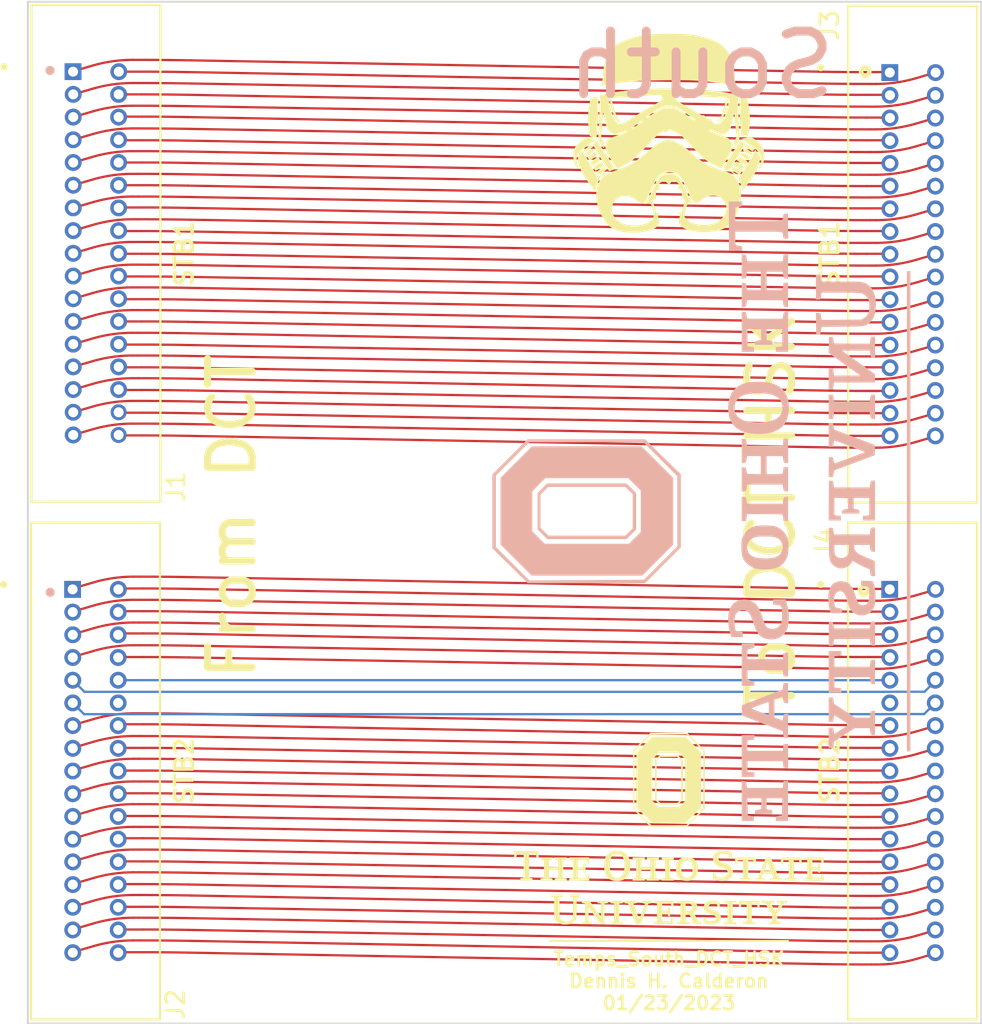
<source format=kicad_pcb>
(kicad_pcb (version 20211014) (generator pcbnew)
  (title_block (company "The Ohio State University"))
  (layers (0 "F.Cu" signal) (31 "B.Cu" signal) (34 "B.Paste" user) (35 "F.Paste" user) (36 "B.SilkS" user "B.Silkscreen") (37 "F.SilkS" user "F.Silkscreen") (38 "B.Mask" user) (39 "F.Mask" user) (44 "Edge.Cuts" user))
  (net 0 "")
  (net 1 "/TD1_1")
  (net 2 "/TD1_2")
  (net 3 "/TD1_3")
  (net 4 "/TD1_4")
  (net 5 "/TD1_5")
  (net 6 "/TD1_6")
  (net 7 "/TD1_7")
  (net 8 "/TD1_8")
  (net 9 "/TD1_9")
  (net 10 "/TD1_10")
  (net 11 "/TD1_11")
  (net 12 "/TD1_12")
  (net 13 "/TD1_13")
  (net 14 "/TD1_14")
  (net 15 "/TD1_15")
  (net 16 "/TD1_16")
  (net 17 "/TD1_17")
  (net 18 "/TD1_18")
  (net 19 "/TD1_19")
  (net 20 "/TD1_20")
  (net 21 "/TD1_21")
  (net 22 "/TD1_22")
  (net 23 "/TD1_23")
  (net 24 "/TD1_24")
  (net 25 "/TD1_25")
  (net 26 "/TD1_26")
  (net 27 "/TD1_27")
  (net 28 "/TD1_28")
  (net 29 "/TD1_29")
  (net 30 "/TD1_30")
  (net 31 "/TD1_31")
  (net 32 "/TD1_32")
  (net 33 "/TD1_33")
  (net 34 "/TD1_34")
  (net 35 "/TD2_1")
  (net 36 "/TD2_2")
  (net 37 "/TD2_3")
  (net 38 "/TD2_4")
  (net 39 "/TD2_5")
  (net 40 "/TD2_6")
  (net 41 "/TD2_7")
  (net 42 "/TD2_8")
  (net 43 "/TD2_9")
  (net 44 "/TD2_10")
  (net 45 "/TD2_11")
  (net 46 "/TD2_13")
  (net 47 "/TD2_14")
  (net 48 "/TD2_15")
  (net 49 "/TD2_16")
  (net 50 "/TD2_17")
  (net 51 "/TD2_18")
  (net 52 "/TD2_19")
  (net 53 "/TD2_20")
  (net 54 "/TD2_21")
  (net 55 "/TD2_22")
  (net 56 "/TD2_23")
  (net 57 "/TD2_24")
  (net 58 "/TD2_25")
  (net 59 "/TD2_26")
  (net 60 "/TD2_27")
  (net 61 "/TD2_28")
  (net 62 "/TD2_29")
  (net 63 "/TD2_30")
  (net 64 "/TD2_31")
  (net 65 "/TD2_32")
  (net 66 "/TD2_33")
  (net 67 "/TD2_34")
  (footprint "HELIX:HELIX_DCT_ICDconnector34pin_corrected" (layer "F.Cu") (at 95.2246 90.0176 -90)
    (fp_text reference "J2")
    (fp_text value "North_Temps_2" hide)
  )
  (footprint "LOGO" (layer "F.Cu") (at 127.294101 54.319023)
    (fp_text reference "G***")
    (fp_text value "LOGO" hide)
  )
  (footprint "LOGO" (layer "F.Cu") (at 127.3048 93.7126)
    (fp_text reference "G***" hide)
    (fp_text value "LOGO" hide)
  )
  (footprint "HELIX:HELIX_DCT_ICDconnector34pin_corrected" (layer "F.Cu") (at 140.9446 61.1124 -90)
    (fp_text reference "J3")
    (fp_text value "Internal_Temps_DCT_HSK_Box_1" hide)
  )
  (footprint "HELIX:HELIX_DCT_ICDconnector34pin_corrected" (layer "F.Cu") (at 140.94 90.0176 -90)
    (fp_text reference "J4")
    (fp_text value "Internal_Temps_DCT_HSK_Box_2" hide)
  )
  (footprint "HELIX:HELIX_DCT_ICDconnector34pin_corrected" (layer "F.Cu") (at 95.25 61.0616 -90)
    (fp_text reference "J1")
    (fp_text value "North_Temps_1" hide)
  )
  (footprint "LOGO" (layer "B.Cu") (at 129.1074 75.4876 -90)
    (fp_text reference "G***" hide)
    (fp_text value "LOGO" hide)
  )
  (gr_circle (center 92.680001 50.83) (end 92.680002 50.83) (layer "B.SilkS") (width 0.254) (fill none))
  (gr_circle (center 92.69 80.02) (end 92.690001 80.02) (layer "B.SilkS") (width 0.254) (fill none))
  (gr_circle (center 138.29 50.9) (end 138.392956 50.9) (layer "F.SilkS") (width 0.254) (fill none))
  (gr_circle (center 92.67 50.83) (end 92.670001 50.83) (layer "F.SilkS") (width 0.254) (fill none))
  (gr_circle (center 92.68 80.02) (end 92.680001 80.02) (layer "F.SilkS") (width 0.254) (fill none))
  (gr_circle (center 138.21 79.92) (end 138.312956 79.92) (layer "F.SilkS") (width 0.254) (fill none))
  (gr_rect (start 91.44 46.99) (end 144.78 104.14) (layer "Edge.Cuts") (width 0.1) (fill none))
  (gr_text "South" (at 129.123619 50.5376) (layer "B.SilkS") (effects (font (size 3.5 3.5) (thickness 0.5)) (justify mirror)))
  (gr_text "To DCT HSK\n" (at 133.0324 75.5626 -270) (layer "F.SilkS") (effects (font (size 2.5 2.5) (thickness 0.4))))
  (gr_text "Temps_South_DCT_HSK\nDennis H. Calderon\n01/23/2023" (at 127.3074 101.7626) (layer "F.SilkS") (effects (font (size 0.762 0.762))))
  (gr_text "STB2\n" (at 100.1824 90.017601 -270) (layer "F.SilkS") (effects (font (size 1 1) (thickness 0.2))))
  (gr_text "STB2" (at 136.3074 89.9876 -270) (layer "F.SilkS") (effects (font (size 1 1) (thickness 0.2))))
  (gr_text "From DCT" (at 102.8574 75.7626 -270) (layer "F.SilkS") (effects (font (size 2.5 2.5) (thickness 0.4))))
  (gr_text "STB1" (at 136.3074 61.112401 -270) (layer "F.SilkS") (effects (font (size 1 1) (thickness 0.2))))
  (gr_text "STB1" (at 100.1824 61.061601 -270) (layer "F.SilkS") (effects (font (size 1 1) (thickness 0.2))))
  (segment (start 95.0722 50.5587) (end 93.98 50.8762) (width 0.127) (layer "F.Cu") (net 1))
  (segment (start 97.301812 50.2412) (end 97.6249 50.2412) (width 0.127) (layer "F.Cu") (net 1))
  (segment (start 135.794709 50.903716) (end 100.545662 50.267554) (width 0.127) (layer "F.Cu") (net 1))
  (segment (start 138.375139 50.927) (end 139.665459 50.927) (width 0.127) (layer "F.Cu") (net 1))
  (arc (start 97.301812 50.2412) (mid 96.175759 50.320973) (end 95.0722 50.5587) (width 0.127) (layer "F.Cu") (net 1))
  (arc (start 100.545662 50.267554) (mid 99.08534 50.247788) (end 97.6249 50.2412) (width 0.127) (layer "F.Cu") (net 1))
  (arc (start 135.794709 50.903716) (mid 137.084871 50.921178) (end 138.375139 50.927) (width 0.127) (layer "F.Cu") (net 1))
  (segment (start 97.82048 50.9016) (end 96.53016 50.9016) (width 0.127) (layer "F.Cu") (net 2))
  (segment (start 138.892787 51.5874) (end 138.5697 51.5874) (width 0.127) (layer "F.Cu") (net 2))
  (segment (start 100.400909 50.924884) (end 135.648937 51.561045) (width 0.127) (layer "F.Cu") (net 2))
  (segment (start 141.1224 51.2699) (end 142.2146 50.9524) (width 0.127) (layer "F.Cu") (net 2))
  (arc (start 100.400909 50.924884) (mid 99.110747 50.907421) (end 97.82048 50.9016) (width 0.127) (layer "F.Cu") (net 2))
  (arc (start 141.1224 51.2699) (mid 140.01884 51.507626) (end 138.892787 51.5874) (width 0.127) (layer "F.Cu") (net 2))
  (arc (start 135.648937 51.561045) (mid 137.109259 51.580811) (end 138.5697 51.5874) (width 0.127) (layer "F.Cu") (net 2))
  (segment (start 95.0722 51.8541) (end 93.98 52.1716) (width 0.127) (layer "F.Cu") (net 3))
  (segment (start 138.369024 52.197) (end 139.659344 52.197) (width 0.127) (layer "F.Cu") (net 3))
  (segment (start 135.788578 52.174575) (end 100.545679 51.561982) (width 0.127) (layer "F.Cu") (net 3))
  (segment (start 97.301812 51.5366) (end 97.6249 51.5366) (width 0.127) (layer "F.Cu") (net 3))
  (arc (start 97.301812 51.5366) (mid 96.175759 51.616373) (end 95.0722 51.8541) (width 0.127) (layer "F.Cu") (net 3))
  (arc (start 135.788578 52.174575) (mid 137.078752 52.191393) (end 138.369024 52.197) (width 0.127) (layer "F.Cu") (net 3))
  (arc (start 100.545679 51.561982) (mid 99.085344 51.542945) (end 97.6249 51.5366) (width 0.127) (layer "F.Cu") (net 3))
  (segment (start 97.817573 52.1716) (end 96.527253 52.1716) (width 0.127) (layer "F.Cu") (net 4))
  (segment (start 138.5697 52.8574) (end 138.892787 52.8574) (width 0.127) (layer "F.Cu") (net 4))
  (segment (start 141.1224 52.5399) (end 142.2146 52.2224) (width 0.127) (layer "F.Cu") (net 4))
  (segment (start 135.648937 52.831047) (end 100.398002 52.194882) (width 0.127) (layer "F.Cu") (net 4))
  (arc (start 141.1224 52.5399) (mid 140.01884 52.777626) (end 138.892787 52.8574) (width 0.127) (layer "F.Cu") (net 4))
  (arc (start 100.398002 52.194882) (mid 99.10784 52.17742) (end 97.817573 52.1716) (width 0.127) (layer "F.Cu") (net 4))
  (arc (start 135.648937 52.831047) (mid 137.109259 52.850811) (end 138.5697 52.8574) (width 0.127) (layer "F.Cu") (net 4))
  (segment (start 95.0722 53.1241) (end 93.98 53.4416) (width 0.127) (layer "F.Cu") (net 5))
  (segment (start 138.375139 53.467) (end 139.665459 53.467) (width 0.127) (layer "F.Cu") (net 5))
  (segment (start 135.794693 53.444578) (end 100.545679 52.831978) (width 0.127) (layer "F.Cu") (net 5))
  (segment (start 97.301812 52.8066) (end 97.6249 52.8066) (width 0.127) (layer "F.Cu") (net 5))
  (arc (start 135.794693 53.444578) (mid 137.084867 53.461394) (end 138.375139 53.467) (width 0.127) (layer "F.Cu") (net 5))
  (arc (start 97.301812 52.8066) (mid 96.175759 52.886373) (end 95.0722 53.1241) (width 0.127) (layer "F.Cu") (net 5))
  (arc (start 100.545679 52.831978) (mid 99.085344 52.812944) (end 97.6249 52.8066) (width 0.127) (layer "F.Cu") (net 5))
  (segment (start 138.564604 54.1274) (end 138.887691 54.1274) (width 0.127) (layer "F.Cu") (net 6))
  (segment (start 97.82048 53.4162) (end 96.53016 53.4162) (width 0.127) (layer "F.Cu") (net 6))
  (segment (start 141.117304 53.8099) (end 142.209504 53.4924) (width 0.127) (layer "F.Cu") (net 6))
  (segment (start 135.643859 54.100065) (end 100.400893 53.440349) (width 0.127) (layer "F.Cu") (net 6))
  (arc (start 141.117304 53.8099) (mid 140.013744 54.047626) (end 138.887691 54.1274) (width 0.127) (layer "F.Cu") (net 6))
  (arc (start 135.643859 54.100065) (mid 137.104167 54.120566) (end 138.564604 54.1274) (width 0.127) (layer "F.Cu") (net 6))
  (arc (start 100.400893 53.440349) (mid 99.110743 53.422237) (end 97.82048 53.4162) (width 0.127) (layer "F.Cu") (net 6))
  (segment (start 95.06718 54.3941) (end 93.97498 54.7116) (width 0.127) (layer "F.Cu") (net 7))
  (segment (start 100.540659 54.101975) (end 135.794693 54.714581) (width 0.127) (layer "F.Cu") (net 7))
  (segment (start 97.61988 54.0766) (end 97.296792 54.0766) (width 0.127) (layer "F.Cu") (net 7))
  (segment (start 138.375139 54.737) (end 139.665459 54.737) (width 0.127) (layer "F.Cu") (net 7))
  (arc (start 135.794693 54.714581) (mid 137.084867 54.731395) (end 138.375139 54.737) (width 0.127) (layer "F.Cu") (net 7))
  (arc (start 100.540659 54.101975) (mid 99.080324 54.082943) (end 97.61988 54.0766) (width 0.127) (layer "F.Cu") (net 7))
  (arc (start 97.296792 54.0766) (mid 96.170739 54.156373) (end 95.06718 54.3941) (width 0.127) (layer "F.Cu") (net 7))
  (segment (start 97.82048 54.737) (end 96.53016 54.737) (width 0.127) (layer "F.Cu") (net 8))
  (segment (start 141.1224 55.0799) (end 142.2146 54.7624) (width 0.127) (layer "F.Cu") (net 8))
  (segment (start 100.400925 54.759421) (end 135.64892 55.37202) (width 0.127) (layer "F.Cu") (net 8))
  (segment (start 138.5697 55.3974) (end 138.892787 55.3974) (width 0.127) (layer "F.Cu") (net 8))
  (arc (start 141.1224 55.0799) (mid 140.01884 55.317626) (end 138.892787 55.3974) (width 0.127) (layer "F.Cu") (net 8))
  (arc (start 135.64892 55.37202) (mid 137.109255 55.391054) (end 138.5697 55.3974) (width 0.127) (layer "F.Cu") (net 8))
  (arc (start 100.400925 54.759421) (mid 99.110751 54.742605) (end 97.82048 54.737) (width 0.127) (layer "F.Cu") (net 8))
  (segment (start 97.6249 55.3466) (end 97.301812 55.3466) (width 0.127) (layer "F.Cu") (net 9))
  (segment (start 138.375139 56.007) (end 139.665459 56.007) (width 0.127) (layer "F.Cu") (net 9))
  (segment (start 95.0722 55.6641) (end 93.98 55.9816) (width 0.127) (layer "F.Cu") (net 9))
  (segment (start 100.545679 55.371978) (end 135.794693 55.984578) (width 0.127) (layer "F.Cu") (net 9))
  (arc (start 100.545679 55.371978) (mid 99.085344 55.352944) (end 97.6249 55.3466) (width 0.127) (layer "F.Cu") (net 9))
  (arc (start 97.301812 55.3466) (mid 96.175759 55.426373) (end 95.0722 55.6641) (width 0.127) (layer "F.Cu") (net 9))
  (arc (start 135.794693 55.984578) (mid 137.084867 56.001394) (end 138.375139 56.007) (width 0.127) (layer "F.Cu") (net 9))
  (segment (start 100.394794 56.00488) (end 135.648937 56.641049) (width 0.127) (layer "F.Cu") (net 10))
  (segment (start 138.5697 56.6674) (end 138.892787 56.6674) (width 0.127) (layer "F.Cu") (net 10))
  (segment (start 97.814365 55.9816) (end 96.524045 55.9816) (width 0.127) (layer "F.Cu") (net 10))
  (segment (start 141.1224 56.3499) (end 142.2146 56.0324) (width 0.127) (layer "F.Cu") (net 10))
  (arc (start 100.394794 56.00488) (mid 99.104632 55.98742) (end 97.814365 55.9816) (width 0.127) (layer "F.Cu") (net 10))
  (arc (start 135.648937 56.641049) (mid 137.109259 56.660812) (end 138.5697 56.6674) (width 0.127) (layer "F.Cu") (net 10))
  (arc (start 141.1224 56.3499) (mid 140.01884 56.587626) (end 138.892787 56.6674) (width 0.127) (layer "F.Cu") (net 10))
  (segment (start 95.067104 56.9341) (end 93.974904 57.2516) (width 0.127) (layer "F.Cu") (net 11))
  (segment (start 97.619804 56.6166) (end 97.296716 56.6166) (width 0.127) (layer "F.Cu") (net 11))
  (segment (start 138.369024 57.3024) (end 139.659344 57.3024) (width 0.127) (layer "F.Cu") (net 11))
  (segment (start 100.540566 56.642954) (end 135.788594 57.279115) (width 0.127) (layer "F.Cu") (net 11))
  (arc (start 135.788594 57.279115) (mid 137.078756 57.296578) (end 138.369024 57.3024) (width 0.127) (layer "F.Cu") (net 11))
  (arc (start 97.296716 56.6166) (mid 96.170663 56.696373) (end 95.067104 56.9341) (width 0.127) (layer "F.Cu") (net 11))
  (arc (start 100.540566 56.642954) (mid 99.080244 56.623188) (end 97.619804 56.6166) (width 0.127) (layer "F.Cu") (net 11))
  (segment (start 97.814365 57.2516) (end 96.524045 57.2516) (width 0.127) (layer "F.Cu") (net 12))
  (segment (start 141.1224 57.6199) (end 142.2146 57.3024) (width 0.127) (layer "F.Cu") (net 12))
  (segment (start 138.892787 57.9374) (end 138.5697 57.9374) (width 0.127) (layer "F.Cu") (net 12))
  (segment (start 100.394794 57.27488) (end 135.648937 57.911049) (width 0.127) (layer "F.Cu") (net 12))
  (arc (start 100.394794 57.27488) (mid 99.104632 57.25742) (end 97.814365 57.2516) (width 0.127) (layer "F.Cu") (net 12))
  (arc (start 141.1224 57.6199) (mid 140.01884 57.857626) (end 138.892787 57.9374) (width 0.127) (layer "F.Cu") (net 12))
  (arc (start 135.648937 57.911049) (mid 137.109259 57.930812) (end 138.5697 57.9374) (width 0.127) (layer "F.Cu") (net 12))
  (segment (start 95.0722 58.2041) (end 93.98 58.5216) (width 0.127) (layer "F.Cu") (net 13))
  (segment (start 100.545679 57.911978) (end 135.794693 58.524578) (width 0.127) (layer "F.Cu") (net 13))
  (segment (start 97.301812 57.8866) (end 97.6249 57.8866) (width 0.127) (layer "F.Cu") (net 13))
  (segment (start 138.375139 58.547) (end 139.665459 58.547) (width 0.127) (layer "F.Cu") (net 13))
  (arc (start 135.794693 58.524578) (mid 137.084867 58.541394) (end 138.375139 58.547) (width 0.127) (layer "F.Cu") (net 13))
  (arc (start 97.301812 57.8866) (mid 96.175759 57.966373) (end 95.0722 58.2041) (width 0.127) (layer "F.Cu") (net 13))
  (arc (start 100.545679 57.911978) (mid 99.085344 57.892944) (end 97.6249 57.8866) (width 0.127) (layer "F.Cu") (net 13))
  (segment (start 138.892787 59.2074) (end 138.5697 59.2074) (width 0.127) (layer "F.Cu") (net 14))
  (segment (start 141.1224 58.8899) (end 142.2146 58.5724) (width 0.127) (layer "F.Cu") (net 14))
  (segment (start 97.814365 58.4962) (end 96.524045 58.4962) (width 0.127) (layer "F.Cu") (net 14))
  (segment (start 135.648955 59.180073) (end 100.394779 58.520342) (width 0.127) (layer "F.Cu") (net 14))
  (arc (start 141.1224 58.8899) (mid 140.01884 59.127626) (end 138.892787 59.2074) (width 0.127) (layer "F.Cu") (net 14))
  (arc (start 100.394779 58.520342) (mid 99.104628 58.502235) (end 97.814365 58.4962) (width 0.127) (layer "F.Cu") (net 14))
  (arc (start 135.648955 59.180073) (mid 137.109263 59.200568) (end 138.5697 59.2074) (width 0.127) (layer "F.Cu") (net 14))
  (segment (start 95.067104 59.4741) (end 93.974904 59.7916) (width 0.127) (layer "F.Cu") (net 15))
  (segment (start 138.375139 59.817) (end 139.665459 59.817) (width 0.127) (layer "F.Cu") (net 15))
  (segment (start 97.296716 59.1566) (end 97.619804 59.1566) (width 0.127) (layer "F.Cu") (net 15))
  (segment (start 135.794693 59.794581) (end 100.540583 59.181975) (width 0.127) (layer "F.Cu") (net 15))
  (arc (start 100.540583 59.181975) (mid 99.080248 59.162943) (end 97.619804 59.1566) (width 0.127) (layer "F.Cu") (net 15))
  (arc (start 135.794693 59.794581) (mid 137.084867 59.811395) (end 138.375139 59.817) (width 0.127) (layer "F.Cu") (net 15))
  (arc (start 97.296716 59.1566) (mid 96.170663 59.236373) (end 95.067104 59.4741) (width 0.127) (layer "F.Cu") (net 15))
  (segment (start 137.1473 60.4774) (end 137.1219 60.4774) (width 0.127) (layer "F.Cu") (net 16))
  (segment (start 137.121901 60.477179) (end 100.400925 59.839406) (width 0.127) (layer "F.Cu") (net 16))
  (segment (start 97.82048 59.817) (end 96.53016 59.817) (width 0.127) (layer "F.Cu") (net 16))
  (segment (start 141.1224 60.1599) (end 142.2146 59.8424) (width 0.127) (layer "F.Cu") (net 16))
  (segment (start 137.1219 60.4774) (end 137.1092 60.4774) (width 0.127) (layer "F.Cu") (net 16))
  (segment (start 137.1473 60.4774) (end 138.892787 60.4774) (width 0.127) (layer "F.Cu") (net 16))
  (arc (start 137.121901 60.477179) (mid 137.1346 60.477344) (end 137.1473 60.4774) (width 0.127) (layer "F.Cu") (net 16))
  (arc (start 141.1224 60.1599) (mid 140.01884 60.397626) (end 138.892787 60.4774) (width 0.127) (layer "F.Cu") (net 16))
  (arc (start 137.1219 60.4774) (mid 137.122009 60.47729) (end 137.121901 60.477179) (width 0.127) (layer "F.Cu") (net 16))
  (arc (start 100.400925 59.839406) (mid 99.110751 59.822601) (end 97.82048 59.817) (width 0.127) (layer "F.Cu") (net 16))
  (segment (start 138.375139 61.087) (end 139.665459 61.087) (width 0.127) (layer "F.Cu") (net 17))
  (segment (start 97.296716 60.4266) (end 97.619804 60.4266) (width 0.127) (layer "F.Cu") (net 17))
  (segment (start 135.794693 61.064581) (end 100.540583 60.451975) (width 0.127) (layer "F.Cu") (net 17))
  (segment (start 95.067104 60.7441) (end 93.974904 61.0616) (width 0.127) (layer "F.Cu") (net 17))
  (arc (start 135.794693 61.064581) (mid 137.084867 61.081395) (end 138.375139 61.087) (width 0.127) (layer "F.Cu") (net 17))
  (arc (start 100.540583 60.451975) (mid 99.080248 60.432943) (end 97.619804 60.4266) (width 0.127) (layer "F.Cu") (net 17))
  (arc (start 97.296716 60.4266) (mid 96.170663 60.506373) (end 95.067104 60.7441) (width 0.127) (layer "F.Cu") (net 17))
  (segment (start 97.814365 61.087) (end 96.524045 61.087) (width 0.127) (layer "F.Cu") (net 18))
  (segment (start 138.5697 61.7474) (end 138.892787 61.7474) (width 0.127) (layer "F.Cu") (net 18))
  (segment (start 135.64892 61.722024) (end 100.39481 61.109418) (width 0.127) (layer "F.Cu") (net 18))
  (segment (start 141.1224 61.4299) (end 142.2146 61.1124) (width 0.127) (layer "F.Cu") (net 18))
  (arc (start 100.39481 61.109418) (mid 99.104636 61.092604) (end 97.814365 61.087) (width 0.127) (layer "F.Cu") (net 18))
  (arc (start 141.1224 61.4299) (mid 140.01884 61.667626) (end 138.892787 61.7474) (width 0.127) (layer "F.Cu") (net 18))
  (arc (start 135.64892 61.722024) (mid 137.109255 61.741055) (end 138.5697 61.7474) (width 0.127) (layer "F.Cu") (net 18))
  (segment (start 100.540583 61.721979) (end 135.788578 62.334578) (width 0.127) (layer "F.Cu") (net 19))
  (segment (start 97.619804 61.6966) (end 97.296716 61.6966) (width 0.127) (layer "F.Cu") (net 19))
  (segment (start 95.067104 62.0141) (end 93.974904 62.3316) (width 0.127) (layer "F.Cu") (net 19))
  (segment (start 138.369024 62.357) (end 139.659344 62.357) (width 0.127) (layer "F.Cu") (net 19))
  (arc (start 100.540583 61.721979) (mid 99.080248 61.702944) (end 97.619804 61.6966) (width 0.127) (layer "F.Cu") (net 19))
  (arc (start 135.788578 62.334578) (mid 137.078752 62.351394) (end 138.369024 62.357) (width 0.127) (layer "F.Cu") (net 19))
  (arc (start 97.296716 61.6966) (mid 96.170663 61.776373) (end 95.067104 62.0141) (width 0.127) (layer "F.Cu") (net 19))
  (segment (start 97.814365 62.357) (end 96.524045 62.357) (width 0.127) (layer "F.Cu") (net 20))
  (segment (start 141.1224 62.6999) (end 142.2146 62.3824) (width 0.127) (layer "F.Cu") (net 20))
  (segment (start 135.64892 62.992024) (end 100.39481 62.379418) (width 0.127) (layer "F.Cu") (net 20))
  (segment (start 138.5697 63.0174) (end 138.892787 63.0174) (width 0.127) (layer "F.Cu") (net 20))
  (arc (start 135.64892 62.992024) (mid 137.109255 63.011055) (end 138.5697 63.0174) (width 0.127) (layer "F.Cu") (net 20))
  (arc (start 100.39481 62.379418) (mid 99.104636 62.362604) (end 97.814365 62.357) (width 0.127) (layer "F.Cu") (net 20))
  (arc (start 141.1224 62.6999) (mid 140.01884 62.937626) (end 138.892787 63.0174) (width 0.127) (layer "F.Cu") (net 20))
  (segment (start 97.619804 62.9666) (end 97.296716 62.9666) (width 0.127) (layer "F.Cu") (net 21))
  (segment (start 138.375139 63.6778) (end 139.665459 63.6778) (width 0.127) (layer "F.Cu") (net 21))
  (segment (start 95.067104 63.2841) (end 93.974904 63.6016) (width 0.127) (layer "F.Cu") (net 21))
  (segment (start 135.794724 63.653657) (end 100.540548 62.993926) (width 0.127) (layer "F.Cu") (net 21))
  (arc (start 100.540548 62.993926) (mid 99.080239 62.973431) (end 97.619804 62.9666) (width 0.127) (layer "F.Cu") (net 21))
  (arc (start 97.296716 62.9666) (mid 96.170663 63.046373) (end 95.067104 63.2841) (width 0.127) (layer "F.Cu") (net 21))
  (arc (start 135.794724 63.653657) (mid 137.084875 63.671764) (end 138.375139 63.6778) (width 0.127) (layer "F.Cu") (net 21))
  (segment (start 141.117304 63.9699) (end 142.209504 63.6524) (width 0.127) (layer "F.Cu") (net 22))
  (segment (start 97.814365 63.627) (end 96.524045 63.627) (width 0.127) (layer "F.Cu") (net 22))
  (segment (start 100.39481 63.649421) (end 135.643824 64.262021) (width 0.127) (layer "F.Cu") (net 22))
  (segment (start 138.887691 64.2874) (end 138.564604 64.2874) (width 0.127) (layer "F.Cu") (net 22))
  (arc (start 135.643824 64.262021) (mid 137.104159 64.281055) (end 138.564604 64.2874) (width 0.127) (layer "F.Cu") (net 22))
  (arc (start 100.39481 63.649421) (mid 99.104636 63.632605) (end 97.814365 63.627) (width 0.127) (layer "F.Cu") (net 22))
  (arc (start 141.117304 63.9699) (mid 140.013744 64.207626) (end 138.887691 64.2874) (width 0.127) (layer "F.Cu") (net 22))
  (segment (start 138.375139 64.9224) (end 139.665459 64.9224) (width 0.127) (layer "F.Cu") (net 23))
  (segment (start 97.619804 64.2366) (end 97.296716 64.2366) (width 0.127) (layer "F.Cu") (net 23))
  (segment (start 95.067104 64.5541) (end 93.974904 64.8716) (width 0.127) (layer "F.Cu") (net 23))
  (segment (start 100.540566 64.26295) (end 135.794709 64.899119) (width 0.127) (layer "F.Cu") (net 23))
  (arc (start 97.296716 64.2366) (mid 96.170663 64.316373) (end 95.067104 64.5541) (width 0.127) (layer "F.Cu") (net 23))
  (arc (start 100.540566 64.26295) (mid 99.080244 64.243187) (end 97.619804 64.2366) (width 0.127) (layer "F.Cu") (net 23))
  (arc (start 135.794709 64.899119) (mid 137.084871 64.916579) (end 138.375139 64.9224) (width 0.127) (layer "F.Cu") (net 23))
  (segment (start 141.1224 65.2399) (end 142.2146 64.9224) (width 0.127) (layer "F.Cu") (net 24))
  (segment (start 135.648937 65.531044) (end 100.400909 64.894884) (width 0.127) (layer "F.Cu") (net 24))
  (segment (start 97.82048 64.8716) (end 96.53016 64.8716) (width 0.127) (layer "F.Cu") (net 24))
  (segment (start 138.892787 65.5574) (end 138.5697 65.5574) (width 0.127) (layer "F.Cu") (net 24))
  (arc (start 100.400909 64.894884) (mid 99.110747 64.877421) (end 97.82048 64.8716) (width 0.127) (layer "F.Cu") (net 24))
  (arc (start 135.648937 65.531044) (mid 137.109259 65.55081) (end 138.5697 65.5574) (width 0.127) (layer "F.Cu") (net 24))
  (arc (start 141.1224 65.2399) (mid 140.01884 65.477626) (end 138.892787 65.5574) (width 0.127) (layer "F.Cu") (net 24))
  (segment (start 138.375139 66.1924) (end 139.665459 66.1924) (width 0.127) (layer "F.Cu") (net 25))
  (segment (start 135.794709 66.169119) (end 100.540566 65.53295) (width 0.127) (layer "F.Cu") (net 25))
  (segment (start 97.296716 65.5066) (end 97.619804 65.5066) (width 0.127) (layer "F.Cu") (net 25))
  (segment (start 95.067104 65.8241) (end 93.974904 66.1416) (width 0.127) (layer "F.Cu") (net 25))
  (arc (start 97.296716 65.5066) (mid 96.170663 65.586373) (end 95.067104 65.8241) (width 0.127) (layer "F.Cu") (net 25))
  (arc (start 135.794709 66.169119) (mid 137.084871 66.186579) (end 138.375139 66.1924) (width 0.127) (layer "F.Cu") (net 25))
  (arc (start 100.540566 65.53295) (mid 99.080244 65.513187) (end 97.619804 65.5066) (width 0.127) (layer "F.Cu") (net 25))
  (segment (start 135.643824 66.802021) (end 100.39481 66.189421) (width 0.127) (layer "F.Cu") (net 26))
  (segment (start 138.564604 66.8274) (end 138.887691 66.8274) (width 0.127) (layer "F.Cu") (net 26))
  (segment (start 97.814365 66.167) (end 96.524045 66.167) (width 0.127) (layer "F.Cu") (net 26))
  (segment (start 141.117304 66.5099) (end 142.209504 66.1924) (width 0.127) (layer "F.Cu") (net 26))
  (arc (start 135.643824 66.802021) (mid 137.104159 66.821055) (end 138.564604 66.8274) (width 0.127) (layer "F.Cu") (net 26))
  (arc (start 141.117304 66.5099) (mid 140.013744 66.747626) (end 138.887691 66.8274) (width 0.127) (layer "F.Cu") (net 26))
  (arc (start 100.39481 66.189421) (mid 99.104636 66.172605) (end 97.814365 66.167) (width 0.127) (layer "F.Cu") (net 26))
  (segment (start 135.788578 67.414578) (end 100.540583 66.801979) (width 0.127) (layer "F.Cu") (net 27))
  (segment (start 138.369024 67.437) (end 139.659344 67.437) (width 0.127) (layer "F.Cu") (net 27))
  (segment (start 95.067104 67.0941) (end 93.974904 67.4116) (width 0.127) (layer "F.Cu") (net 27))
  (segment (start 97.296716 66.7766) (end 97.619804 66.7766) (width 0.127) (layer "F.Cu") (net 27))
  (arc (start 100.540583 66.801979) (mid 99.080248 66.782944) (end 97.619804 66.7766) (width 0.127) (layer "F.Cu") (net 27))
  (arc (start 135.788578 67.414578) (mid 137.078752 67.431394) (end 138.369024 67.437) (width 0.127) (layer "F.Cu") (net 27))
  (arc (start 97.296716 66.7766) (mid 96.170663 66.856373) (end 95.067104 67.0941) (width 0.127) (layer "F.Cu") (net 27))
  (segment (start 141.122324 67.7799) (end 142.214524 67.4624) (width 0.127) (layer "F.Cu") (net 28))
  (segment (start 100.39481 67.459418) (end 135.648844 68.072024) (width 0.127) (layer "F.Cu") (net 28))
  (segment (start 138.892711 68.0974) (end 138.569624 68.0974) (width 0.127) (layer "F.Cu") (net 28))
  (segment (start 97.814365 67.437) (end 96.524045 67.437) (width 0.127) (layer "F.Cu") (net 28))
  (arc (start 141.122324 67.7799) (mid 140.018764 68.017626) (end 138.892711 68.0974) (width 0.127) (layer "F.Cu") (net 28))
  (arc (start 135.648844 68.072024) (mid 137.109179 68.091055) (end 138.569624 68.0974) (width 0.127) (layer "F.Cu") (net 28))
  (arc (start 100.39481 67.459418) (mid 99.104636 67.442604) (end 97.814365 67.437) (width 0.127) (layer "F.Cu") (net 28))
  (segment (start 95.0722 68.3641) (end 93.98 68.6816) (width 0.127) (layer "F.Cu") (net 29))
  (segment (start 97.301812 68.0466) (end 97.6249 68.0466) (width 0.127) (layer "F.Cu") (net 29))
  (segment (start 138.369024 68.7578) (end 139.659344 68.7578) (width 0.127) (layer "F.Cu") (net 29))
  (segment (start 135.78861 68.73365) (end 100.545644 68.073934) (width 0.127) (layer "F.Cu") (net 29))
  (arc (start 135.78861 68.73365) (mid 137.07876 68.751762) (end 138.369024 68.7578) (width 0.127) (layer "F.Cu") (net 29))
  (arc (start 100.545644 68.073934) (mid 99.085335 68.053433) (end 97.6249 68.0466) (width 0.127) (layer "F.Cu") (net 29))
  (arc (start 97.301812 68.0466) (mid 96.175759 68.126373) (end 95.0722 68.3641) (width 0.127) (layer "F.Cu") (net 29))
  (segment (start 97.814365 68.707) (end 96.524045 68.707) (width 0.127) (layer "F.Cu") (net 30))
  (segment (start 138.564604 69.3674) (end 138.887691 69.3674) (width 0.127) (layer "F.Cu") (net 30))
  (segment (start 100.39481 68.729421) (end 135.643824 69.342021) (width 0.127) (layer "F.Cu") (net 30))
  (segment (start 141.117304 69.0499) (end 142.209504 68.7324) (width 0.127) (layer "F.Cu") (net 30))
  (arc (start 135.643824 69.342021) (mid 137.104159 69.361055) (end 138.564604 69.3674) (width 0.127) (layer "F.Cu") (net 30))
  (arc (start 141.117304 69.0499) (mid 140.013744 69.287626) (end 138.887691 69.3674) (width 0.127) (layer "F.Cu") (net 30))
  (arc (start 100.39481 68.729421) (mid 99.104636 68.712605) (end 97.814365 68.707) (width 0.127) (layer "F.Cu") (net 30))
  (segment (start 100.540566 69.342952) (end 135.791501 69.979117) (width 0.127) (layer "F.Cu") (net 31))
  (segment (start 97.619804 69.3166) (end 97.296716 69.3166) (width 0.127) (layer "F.Cu") (net 31))
  (segment (start 138.371931 70.0024) (end 139.662251 70.0024) (width 0.127) (layer "F.Cu") (net 31))
  (segment (start 95.067104 69.6341) (end 93.974904 69.9516) (width 0.127) (layer "F.Cu") (net 31))
  (arc (start 135.791501 69.979117) (mid 137.081663 69.996579) (end 138.371931 70.0024) (width 0.127) (layer "F.Cu") (net 31))
  (arc (start 97.296716 69.3166) (mid 96.170663 69.396373) (end 95.067104 69.6341) (width 0.127) (layer "F.Cu") (net 31))
  (arc (start 100.540566 69.342952) (mid 99.080244 69.323188) (end 97.619804 69.3166) (width 0.127) (layer "F.Cu") (net 31))
  (segment (start 100.400925 69.999424) (end 135.643824 70.612017) (width 0.127) (layer "F.Cu") (net 32))
  (segment (start 141.117304 70.3199) (end 142.209504 70.0024) (width 0.127) (layer "F.Cu") (net 32))
  (segment (start 138.564604 70.6374) (end 138.887691 70.6374) (width 0.127) (layer "F.Cu") (net 32))
  (segment (start 97.82048 69.977) (end 96.53016 69.977) (width 0.127) (layer "F.Cu") (net 32))
  (arc (start 135.643824 70.612017) (mid 137.104159 70.631054) (end 138.564604 70.6374) (width 0.127) (layer "F.Cu") (net 32))
  (arc (start 100.400925 69.999424) (mid 99.110751 69.982606) (end 97.82048 69.977) (width 0.127) (layer "F.Cu") (net 32))
  (arc (start 141.117304 70.3199) (mid 140.013744 70.557626) (end 138.887691 70.6374) (width 0.127) (layer "F.Cu") (net 32))
  (segment (start 135.788594 71.249115) (end 100.540566 70.612954) (width 0.127) (layer "F.Cu") (net 33))
  (segment (start 97.619804 70.5866) (end 97.296716 70.5866) (width 0.127) (layer "F.Cu") (net 33))
  (segment (start 138.369024 71.2724) (end 139.659344 71.2724) (width 0.127) (layer "F.Cu") (net 33))
  (segment (start 95.067104 70.9041) (end 93.974904 71.2216) (width 0.127) (layer "F.Cu") (net 33))
  (arc (start 97.296716 70.5866) (mid 96.170663 70.666373) (end 95.067104 70.9041) (width 0.127) (layer "F.Cu") (net 33))
  (arc (start 100.540566 70.612954) (mid 99.080244 70.593188) (end 97.619804 70.5866) (width 0.127) (layer "F.Cu") (net 33))
  (arc (start 135.788594 71.249115) (mid 137.078756 71.266578) (end 138.369024 71.2724) (width 0.127) (layer "F.Cu") (net 33))
  (segment (start 138.564604 71.9328) (end 138.887691 71.9328) (width 0.127) (layer "F.Cu") (net 34))
  (segment (start 97.814365 71.247) (end 96.524045 71.247) (width 0.127) (layer "F.Cu") (net 34))
  (segment (start 141.117304 71.6153) (end 142.209504 71.2978) (width 0.127) (layer "F.Cu") (net 34))
  (segment (start 135.643841 71.906445) (end 100.394794 71.270283) (width 0.127) (layer "F.Cu") (net 34))
  (arc (start 141.117304 71.6153) (mid 140.013744 71.853026) (end 138.887691 71.9328) (width 0.127) (layer "F.Cu") (net 34))
  (arc (start 100.394794 71.270283) (mid 99.104632 71.25282) (end 97.814365 71.247) (width 0.127) (layer "F.Cu") (net 34))
  (arc (start 135.643841 71.906445) (mid 137.104163 71.926211) (end 138.564604 71.9328) (width 0.127) (layer "F.Cu") (net 34))
  (segment (start 97.357708 79.1464) (end 97.680796 79.1464) (width 0.127) (layer "F.Cu") (net 35))
  (segment (start 138.431035 79.8322) (end 139.721355 79.8322) (width 0.127) (layer "F.Cu") (net 35))
  (segment (start 95.128096 79.4639) (end 94.035896 79.7814) (width 0.127) (layer "F.Cu") (net 35))
  (segment (start 100.601558 79.172754) (end 135.850605 79.808916) (width 0.127) (layer "F.Cu") (net 35))
  (arc (start 135.850605 79.808916) (mid 137.140767 79.826378) (end 138.431035 79.8322) (width 0.127) (layer "F.Cu") (net 35))
  (arc (start 100.601558 79.172754) (mid 99.141236 79.152988) (end 97.680796 79.1464) (width 0.127) (layer "F.Cu") (net 35))
  (arc (start 97.357708 79.1464) (mid 96.231655 79.226173) (end 95.128096 79.4639) (width 0.127) (layer "F.Cu") (net 35))
  (segment (start 97.876376 79.8068) (end 96.586056 79.8068) (width 0.127) (layer "F.Cu") (net 36))
  (segment (start 141.178296 80.1751) (end 142.270496 79.8576) (width 0.127) (layer "F.Cu") (net 36))
  (segment (start 138.625596 80.4926) (end 138.948683 80.4926) (width 0.127) (layer "F.Cu") (net 36))
  (segment (start 135.704833 80.466244) (end 100.456805 79.830084) (width 0.127) (layer "F.Cu") (net 36))
  (arc (start 141.178296 80.1751) (mid 140.074736 80.412826) (end 138.948683 80.4926) (width 0.127) (layer "F.Cu") (net 36))
  (arc (start 135.704833 80.466244) (mid 137.165155 80.48601) (end 138.625596 80.4926) (width 0.127) (layer "F.Cu") (net 36))
  (arc (start 100.456805 79.830084) (mid 99.166643 79.812621) (end 97.876376 79.8068) (width 0.127) (layer "F.Cu") (net 36))
  (segment (start 100.601575 80.467182) (end 135.844474 81.079775) (width 0.127) (layer "F.Cu") (net 37))
  (segment (start 97.357708 80.4418) (end 97.680796 80.4418) (width 0.127) (layer "F.Cu") (net 37))
  (segment (start 95.128096 80.7593) (end 94.035896 81.0768) (width 0.127) (layer "F.Cu") (net 37))
  (segment (start 138.42492 81.1022) (end 139.71524 81.1022) (width 0.127) (layer "F.Cu") (net 37))
  (arc (start 97.357708 80.4418) (mid 96.231655 80.521573) (end 95.128096 80.7593) (width 0.127) (layer "F.Cu") (net 37))
  (arc (start 100.601575 80.467182) (mid 99.14124 80.448145) (end 97.680796 80.4418) (width 0.127) (layer "F.Cu") (net 37))
  (arc (start 135.844474 81.079775) (mid 137.134648 81.096593) (end 138.42492 81.1022) (width 0.127) (layer "F.Cu") (net 37))
  (segment (start 138.948683 81.7626) (end 138.625596 81.7626) (width 0.127) (layer "F.Cu") (net 38))
  (segment (start 100.453898 81.100082) (end 135.704833 81.736247) (width 0.127) (layer "F.Cu") (net 38))
  (segment (start 97.873469 81.0768) (end 96.583149 81.0768) (width 0.127) (layer "F.Cu") (net 38))
  (segment (start 141.178296 81.4451) (end 142.270496 81.1276) (width 0.127) (layer "F.Cu") (net 38))
  (arc (start 135.704833 81.736247) (mid 137.165155 81.756011) (end 138.625596 81.7626) (width 0.127) (layer "F.Cu") (net 38))
  (arc (start 100.453898 81.100082) (mid 99.163736 81.08262) (end 97.873469 81.0768) (width 0.127) (layer "F.Cu") (net 38))
  (arc (start 141.178296 81.4451) (mid 140.074736 81.682826) (end 138.948683 81.7626) (width 0.127) (layer "F.Cu") (net 38))
  (segment (start 95.128096 82.0293) (end 94.035896 82.3468) (width 0.127) (layer "F.Cu") (net 39))
  (segment (start 138.431035 82.3722) (end 139.721355 82.3722) (width 0.127) (layer "F.Cu") (net 39))
  (segment (start 97.680796 81.7118) (end 97.357708 81.7118) (width 0.127) (layer "F.Cu") (net 39))
  (segment (start 135.850589 82.349778) (end 100.601575 81.737178) (width 0.127) (layer "F.Cu") (net 39))
  (arc (start 97.357708 81.7118) (mid 96.231655 81.791573) (end 95.128096 82.0293) (width 0.127) (layer "F.Cu") (net 39))
  (arc (start 135.850589 82.349778) (mid 137.140763 82.366594) (end 138.431035 82.3722) (width 0.127) (layer "F.Cu") (net 39))
  (arc (start 100.601575 81.737178) (mid 99.14124 81.718144) (end 97.680796 81.7118) (width 0.127) (layer "F.Cu") (net 39))
  (segment (start 138.6205 83.0326) (end 138.943587 83.0326) (width 0.127) (layer "F.Cu") (net 40))
  (segment (start 97.876376 82.3214) (end 96.586056 82.3214) (width 0.127) (layer "F.Cu") (net 40))
  (segment (start 141.1732 82.7151) (end 142.2654 82.3976) (width 0.127) (layer "F.Cu") (net 40))
  (segment (start 135.699755 83.005265) (end 100.456789 82.345549) (width 0.127) (layer "F.Cu") (net 40))
  (arc (start 135.699755 83.005265) (mid 137.160063 83.025766) (end 138.6205 83.0326) (width 0.127) (layer "F.Cu") (net 40))
  (arc (start 100.456789 82.345549) (mid 99.166639 82.327437) (end 97.876376 82.3214) (width 0.127) (layer "F.Cu") (net 40))
  (arc (start 141.1732 82.7151) (mid 140.06964 82.952826) (end 138.943587 83.0326) (width 0.127) (layer "F.Cu") (net 40))
  (segment (start 138.431035 83.6422) (end 139.721355 83.6422) (width 0.127) (layer "F.Cu") (net 41))
  (segment (start 135.850589 83.619781) (end 100.596555 83.007175) (width 0.127) (layer "F.Cu") (net 41))
  (segment (start 95.123076 83.2993) (end 94.030876 83.6168) (width 0.127) (layer "F.Cu") (net 41))
  (segment (start 97.675776 82.9818) (end 97.352688 82.9818) (width 0.127) (layer "F.Cu") (net 41))
  (arc (start 97.352688 82.9818) (mid 96.226635 83.061573) (end 95.123076 83.2993) (width 0.127) (layer "F.Cu") (net 41))
  (arc (start 100.596555 83.007175) (mid 99.13622 82.988143) (end 97.675776 82.9818) (width 0.127) (layer "F.Cu") (net 41))
  (arc (start 135.850589 83.619781) (mid 137.140763 83.636595) (end 138.431035 83.6422) (width 0.127) (layer "F.Cu") (net 41))
  (segment (start 97.876376 83.6422) (end 96.586056 83.6422) (width 0.127) (layer "F.Cu") (net 42))
  (segment (start 138.625596 84.3026) (end 138.948683 84.3026) (width 0.127) (layer "F.Cu") (net 42))
  (segment (start 135.704816 84.27722) (end 100.456821 83.664621) (width 0.127) (layer "F.Cu") (net 42))
  (segment (start 141.178296 83.9851) (end 142.270496 83.6676) (width 0.127) (layer "F.Cu") (net 42))
  (arc (start 135.704816 84.27722) (mid 137.165151 84.296254) (end 138.625596 84.3026) (width 0.127) (layer "F.Cu") (net 42))
  (arc (start 141.178296 83.9851) (mid 140.074736 84.222826) (end 138.948683 84.3026) (width 0.127) (layer "F.Cu") (net 42))
  (arc (start 100.456821 83.664621) (mid 99.166647 83.647805) (end 97.876376 83.6422) (width 0.127) (layer "F.Cu") (net 42))
  (segment (start 94.6074 85.5876) (end 139.2802 85.5876) (width 0.127) (layer "B.Cu") (net 43))
  (segment (start 139.2802 85.5876) (end 140.085446 85.582354) (width 0.127) (layer "B.Cu") (net 43))
  (segment (start 93.9774 84.9576) (end 94.6074 85.5876) (width 0.127) (layer "B.Cu") (net 43))
  (segment (start 140.085446 85.582354) (end 141.608046 85.582354) (width 0.127) (layer "B.Cu") (net 43))
  (segment (start 141.608046 85.582354) (end 142.2328 84.9576) (width 0.127) (layer "B.Cu") (net 43))
  (segment (start 96.4946 84.9376) (end 139.67 84.9376) (width 0.127) (layer "B.Cu") (net 44))
  (segment (start 93.9546 86.2076) (end 94.5846 86.8376) (width 0.127) (layer "B.Cu") (net 45))
  (segment (start 140.062646 86.832354) (end 141.585246 86.832354) (width 0.127) (layer "B.Cu") (net 45))
  (segment (start 94.5846 86.8376) (end 139.2574 86.8376) (width 0.127) (layer "B.Cu") (net 45))
  (segment (start 139.2574 86.8376) (end 140.062646 86.832354) (width 0.127) (layer "B.Cu") (net 45))
  (segment (start 141.585246 86.832354) (end 142.21 86.2076) (width 0.127) (layer "B.Cu") (net 45))
  (segment (start 138.431035 87.4522) (end 139.721355 87.4522) (width 0.127) (layer "F.Cu") (net 46))
  (segment (start 97.680796 86.7918) (end 97.357708 86.7918) (width 0.127) (layer "F.Cu") (net 46))
  (segment (start 95.128096 87.1093) (end 94.035896 87.4268) (width 0.127) (layer "F.Cu") (net 46))
  (segment (start 100.601575 86.817178) (end 135.850589 87.429778) (width 0.127) (layer "F.Cu") (net 46))
  (arc (start 100.601575 86.817178) (mid 99.14124 86.798144) (end 97.680796 86.7918) (width 0.127) (layer "F.Cu") (net 46))
  (arc (start 135.850589 87.429778) (mid 137.140763 87.446594) (end 138.431035 87.4522) (width 0.127) (layer "F.Cu") (net 46))
  (arc (start 97.357708 86.7918) (mid 96.231655 86.871573) (end 95.128096 87.1093) (width 0.127) (layer "F.Cu") (net 46))
  (segment (start 135.704851 88.085273) (end 100.450675 87.425542) (width 0.127) (layer "F.Cu") (net 47))
  (segment (start 97.870261 87.4014) (end 96.579941 87.4014) (width 0.127) (layer "F.Cu") (net 47))
  (segment (start 138.948683 88.1126) (end 138.625596 88.1126) (width 0.127) (layer "F.Cu") (net 47))
  (segment (start 141.178296 87.7951) (end 142.270496 87.4776) (width 0.127) (layer "F.Cu") (net 47))
  (arc (start 100.450675 87.425542) (mid 99.160524 87.407435) (end 97.870261 87.4014) (width 0.127) (layer "F.Cu") (net 47))
  (arc (start 141.178296 87.7951) (mid 140.074736 88.032826) (end 138.948683 88.1126) (width 0.127) (layer "F.Cu") (net 47))
  (arc (start 135.704851 88.085273) (mid 137.165159 88.105768) (end 138.625596 88.1126) (width 0.127) (layer "F.Cu") (net 47))
  (segment (start 138.431035 88.7222) (end 139.721355 88.7222) (width 0.127) (layer "F.Cu") (net 48))
  (segment (start 100.596479 88.087175) (end 135.850589 88.699781) (width 0.127) (layer "F.Cu") (net 48))
  (segment (start 97.6757 88.0618) (end 97.352612 88.0618) (width 0.127) (layer "F.Cu") (net 48))
  (segment (start 95.123 88.3793) (end 94.0308 88.6968) (width 0.127) (layer "F.Cu") (net 48))
  (arc (start 97.352612 88.0618) (mid 96.226559 88.141573) (end 95.123 88.3793) (width 0.127) (layer "F.Cu") (net 48))
  (arc (start 100.596479 88.087175) (mid 99.136144 88.068143) (end 97.6757 88.0618) (width 0.127) (layer "F.Cu") (net 48))
  (arc (start 135.850589 88.699781) (mid 137.140763 88.716595) (end 138.431035 88.7222) (width 0.127) (layer "F.Cu") (net 48))
  (segment (start 141.178296 89.0651) (end 142.270496 88.7476) (width 0.127) (layer "F.Cu") (net 49))
  (segment (start 137.177796 89.3826) (end 137.165096 89.3826) (width 0.127) (layer "F.Cu") (net 49))
  (segment (start 138.948683 89.3826) (end 137.203196 89.3826) (width 0.127) (layer "F.Cu") (net 49))
  (segment (start 97.876376 88.7222) (end 96.586056 88.7222) (width 0.127) (layer "F.Cu") (net 49))
  (segment (start 137.203196 89.3826) (end 137.177796 89.3826) (width 0.127) (layer "F.Cu") (net 49))
  (segment (start 137.177797 89.382379) (end 100.456821 88.744606) (width 0.127) (layer "F.Cu") (net 49))
  (arc (start 141.178296 89.0651) (mid 140.074736 89.302826) (end 138.948683 89.3826) (width 0.127) (layer "F.Cu") (net 49))
  (arc (start 137.177797 89.382379) (mid 137.190496 89.382544) (end 137.203196 89.3826) (width 0.127) (layer "F.Cu") (net 49))
  (arc (start 137.177796 89.3826) (mid 137.177905 89.38249) (end 137.177797 89.382379) (width 0.127) (layer "F.Cu") (net 49))
  (arc (start 100.456821 88.744606) (mid 99.166647 88.727801) (end 97.876376 88.7222) (width 0.127) (layer "F.Cu") (net 49))
  (segment (start 135.850589 89.969781) (end 100.596479 89.357175) (width 0.127) (layer "F.Cu") (net 50))
  (segment (start 138.431035 89.9922) (end 139.721355 89.9922) (width 0.127) (layer "F.Cu") (net 50))
  (segment (start 95.123 89.6493) (end 94.0308 89.9668) (width 0.127) (layer "F.Cu") (net 50))
  (segment (start 97.6757 89.3318) (end 97.352612 89.3318) (width 0.127) (layer "F.Cu") (net 50))
  (arc (start 135.850589 89.969781) (mid 137.140763 89.986595) (end 138.431035 89.9922) (width 0.127) (layer "F.Cu") (net 50))
  (arc (start 100.596479 89.357175) (mid 99.136144 89.338143) (end 97.6757 89.3318) (width 0.127) (layer "F.Cu") (net 50))
  (arc (start 97.352612 89.3318) (mid 96.226559 89.411573) (end 95.123 89.6493) (width 0.127) (layer "F.Cu") (net 50))
  (segment (start 135.704816 90.627224) (end 100.450706 90.014618) (width 0.127) (layer "F.Cu") (net 51))
  (segment (start 138.948683 90.6526) (end 138.625596 90.6526) (width 0.127) (layer "F.Cu") (net 51))
  (segment (start 97.870261 89.9922) (end 96.579941 89.9922) (width 0.127) (layer "F.Cu") (net 51))
  (segment (start 141.178296 90.3351) (end 142.270496 90.0176) (width 0.127) (layer "F.Cu") (net 51))
  (arc (start 141.178296 90.3351) (mid 140.074736 90.572826) (end 138.948683 90.6526) (width 0.127) (layer "F.Cu") (net 51))
  (arc (start 100.450706 90.014618) (mid 99.160532 89.997804) (end 97.870261 89.9922) (width 0.127) (layer "F.Cu") (net 51))
  (arc (start 135.704816 90.627224) (mid 137.165151 90.646255) (end 138.625596 90.6526) (width 0.127) (layer "F.Cu") (net 51))
  (segment (start 100.596479 90.627179) (end 135.844474 91.239778) (width 0.127) (layer "F.Cu") (net 52))
  (segment (start 95.123 90.9193) (end 94.0308 91.2368) (width 0.127) (layer "F.Cu") (net 52))
  (segment (start 97.6757 90.6018) (end 97.352612 90.6018) (width 0.127) (layer "F.Cu") (net 52))
  (segment (start 138.42492 91.2622) (end 139.71524 91.2622) (width 0.127) (layer "F.Cu") (net 52))
  (arc (start 97.352612 90.6018) (mid 96.226559 90.681573) (end 95.123 90.9193) (width 0.127) (layer "F.Cu") (net 52))
  (arc (start 135.844474 91.239778) (mid 137.134648 91.256594) (end 138.42492 91.2622) (width 0.127) (layer "F.Cu") (net 52))
  (arc (start 100.596479 90.627179) (mid 99.136144 90.608144) (end 97.6757 90.6018) (width 0.127) (layer "F.Cu") (net 52))
  (segment (start 97.870261 91.2622) (end 96.579941 91.2622) (width 0.127) (layer "F.Cu") (net 53))
  (segment (start 141.178296 91.6051) (end 142.270496 91.2876) (width 0.127) (layer "F.Cu") (net 53))
  (segment (start 135.704816 91.897224) (end 100.450706 91.284618) (width 0.127) (layer "F.Cu") (net 53))
  (segment (start 138.948683 91.9226) (end 138.625596 91.9226) (width 0.127) (layer "F.Cu") (net 53))
  (arc (start 135.704816 91.897224) (mid 137.165151 91.916255) (end 138.625596 91.9226) (width 0.127) (layer "F.Cu") (net 53))
  (arc (start 141.178296 91.6051) (mid 140.074736 91.842826) (end 138.948683 91.9226) (width 0.127) (layer "F.Cu") (net 53))
  (arc (start 100.450706 91.284618) (mid 99.160532 91.267804) (end 97.870261 91.2622) (width 0.127) (layer "F.Cu") (net 53))
  (segment (start 97.352612 91.8718) (end 97.6757 91.8718) (width 0.127) (layer "F.Cu") (net 54))
  (segment (start 138.431035 92.583) (end 139.721355 92.583) (width 0.127) (layer "F.Cu") (net 54))
  (segment (start 135.85062 92.558857) (end 100.596444 91.899126) (width 0.127) (layer "F.Cu") (net 54))
  (segment (start 95.123 92.1893) (end 94.0308 92.5068) (width 0.127) (layer "F.Cu") (net 54))
  (arc (start 100.596444 91.899126) (mid 99.136135 91.878631) (end 97.6757 91.8718) (width 0.127) (layer "F.Cu") (net 54))
  (arc (start 97.352612 91.8718) (mid 96.226559 91.951573) (end 95.123 92.1893) (width 0.127) (layer "F.Cu") (net 54))
  (arc (start 135.85062 92.558857) (mid 137.140771 92.576964) (end 138.431035 92.583) (width 0.127) (layer "F.Cu") (net 54))
  (segment (start 97.870261 92.5322) (end 96.579941 92.5322) (width 0.127) (layer "F.Cu") (net 55))
  (segment (start 138.943587 93.1926) (end 138.6205 93.1926) (width 0.127) (layer "F.Cu") (net 55))
  (segment (start 141.1732 92.8751) (end 142.2654 92.5576) (width 0.127) (layer "F.Cu") (net 55))
  (segment (start 135.69972 93.167221) (end 100.450706 92.554621) (width 0.127) (layer "F.Cu") (net 55))
  (arc (start 100.450706 92.554621) (mid 99.160532 92.537805) (end 97.870261 92.5322) (width 0.127) (layer "F.Cu") (net 55))
  (arc (start 135.69972 93.167221) (mid 137.160055 93.186255) (end 138.6205 93.1926) (width 0.127) (layer "F.Cu") (net 55))
  (arc (start 141.1732 92.8751) (mid 140.06964 93.112826) (end 138.943587 93.1926) (width 0.127) (layer "F.Cu") (net 55))
  (segment (start 135.850605 93.804319) (end 100.596462 93.16815) (width 0.127) (layer "F.Cu") (net 56))
  (segment (start 97.6757 93.1418) (end 97.352612 93.1418) (width 0.127) (layer "F.Cu") (net 56))
  (segment (start 95.123 93.4593) (end 94.0308 93.7768) (width 0.127) (layer "F.Cu") (net 56))
  (segment (start 138.431035 93.8276) (end 139.721355 93.8276) (width 0.127) (layer "F.Cu") (net 56))
  (arc (start 135.850605 93.804319) (mid 137.140767 93.821779) (end 138.431035 93.8276) (width 0.127) (layer "F.Cu") (net 56))
  (arc (start 97.352612 93.1418) (mid 96.226559 93.221573) (end 95.123 93.4593) (width 0.127) (layer "F.Cu") (net 56))
  (arc (start 100.596462 93.16815) (mid 99.13614 93.148387) (end 97.6757 93.1418) (width 0.127) (layer "F.Cu") (net 56))
  (segment (start 138.625596 94.4626) (end 138.948683 94.4626) (width 0.127) (layer "F.Cu") (net 57))
  (segment (start 97.876376 93.7768) (end 96.586056 93.7768) (width 0.127) (layer "F.Cu") (net 57))
  (segment (start 135.704833 94.436244) (end 100.456805 93.800084) (width 0.127) (layer "F.Cu") (net 57))
  (segment (start 141.178296 94.1451) (end 142.270496 93.8276) (width 0.127) (layer "F.Cu") (net 57))
  (arc (start 100.456805 93.800084) (mid 99.166643 93.782621) (end 97.876376 93.7768) (width 0.127) (layer "F.Cu") (net 57))
  (arc (start 141.178296 94.1451) (mid 140.074736 94.382826) (end 138.948683 94.4626) (width 0.127) (layer "F.Cu") (net 57))
  (arc (start 135.704833 94.436244) (mid 137.165155 94.45601) (end 138.625596 94.4626) (width 0.127) (layer "F.Cu") (net 57))
  (segment (start 138.431035 95.0976) (end 139.721355 95.0976) (width 0.127) (layer "F.Cu") (net 58))
  (segment (start 100.596462 94.43815) (end 135.850605 95.074319) (width 0.127) (layer "F.Cu") (net 58))
  (segment (start 97.6757 94.4118) (end 97.352612 94.4118) (width 0.127) (layer "F.Cu") (net 58))
  (segment (start 95.123 94.7293) (end 94.0308 95.0468) (width 0.127) (layer "F.Cu") (net 58))
  (arc (start 100.596462 94.43815) (mid 99.13614 94.418387) (end 97.6757 94.4118) (width 0.127) (layer "F.Cu") (net 58))
  (arc (start 135.850605 95.074319) (mid 137.140767 95.091779) (end 138.431035 95.0976) (width 0.127) (layer "F.Cu") (net 58))
  (arc (start 97.352612 94.4118) (mid 96.226559 94.491573) (end 95.123 94.7293) (width 0.127) (layer "F.Cu") (net 58))
  (segment (start 141.1732 95.4151) (end 142.2654 95.0976) (width 0.127) (layer "F.Cu") (net 59))
  (segment (start 97.870261 95.0722) (end 96.579941 95.0722) (width 0.127) (layer "F.Cu") (net 59))
  (segment (start 138.6205 95.7326) (end 138.943587 95.7326) (width 0.127) (layer "F.Cu") (net 59))
  (segment (start 135.69972 95.707221) (end 100.450706 95.094621) (width 0.127) (layer "F.Cu") (net 59))
  (arc (start 141.1732 95.4151) (mid 140.06964 95.652826) (end 138.943587 95.7326) (width 0.127) (layer "F.Cu") (net 59))
  (arc (start 100.450706 95.094621) (mid 99.160532 95.077805) (end 97.870261 95.0722) (width 0.127) (layer "F.Cu") (net 59))
  (arc (start 135.69972 95.707221) (mid 137.160055 95.726255) (end 138.6205 95.7326) (width 0.127) (layer "F.Cu") (net 59))
  (segment (start 97.6757 95.6818) (end 97.352612 95.6818) (width 0.127) (layer "F.Cu") (net 60))
  (segment (start 100.596479 95.707179) (end 135.844474 96.319778) (width 0.127) (layer "F.Cu") (net 60))
  (segment (start 95.123 95.9993) (end 94.0308 96.3168) (width 0.127) (layer "F.Cu") (net 60))
  (segment (start 138.42492 96.3422) (end 139.71524 96.3422) (width 0.127) (layer "F.Cu") (net 60))
  (arc (start 135.844474 96.319778) (mid 137.134648 96.336594) (end 138.42492 96.3422) (width 0.127) (layer "F.Cu") (net 60))
  (arc (start 97.352612 95.6818) (mid 96.226559 95.761573) (end 95.123 95.9993) (width 0.127) (layer "F.Cu") (net 60))
  (arc (start 100.596479 95.707179) (mid 99.136144 95.688144) (end 97.6757 95.6818) (width 0.127) (layer "F.Cu") (net 60))
  (segment (start 97.870261 96.3422) (end 96.579941 96.3422) (width 0.127) (layer "F.Cu") (net 61))
  (segment (start 100.450706 96.364618) (end 135.70474 96.977224) (width 0.127) (layer "F.Cu") (net 61))
  (segment (start 138.62552 97.0026) (end 138.948607 97.0026) (width 0.127) (layer "F.Cu") (net 61))
  (segment (start 141.17822 96.6851) (end 142.27042 96.3676) (width 0.127) (layer "F.Cu") (net 61))
  (arc (start 135.70474 96.977224) (mid 137.165075 96.996255) (end 138.62552 97.0026) (width 0.127) (layer "F.Cu") (net 61))
  (arc (start 100.450706 96.364618) (mid 99.160532 96.347804) (end 97.870261 96.3422) (width 0.127) (layer "F.Cu") (net 61))
  (arc (start 141.17822 96.6851) (mid 140.07466 96.922826) (end 138.948607 97.0026) (width 0.127) (layer "F.Cu") (net 61))
  (segment (start 138.42492 97.663) (end 139.71524 97.663) (width 0.127) (layer "F.Cu") (net 62))
  (segment (start 97.680796 96.9518) (end 97.357708 96.9518) (width 0.127) (layer "F.Cu") (net 62))
  (segment (start 100.60154 96.979134) (end 135.844506 97.63885) (width 0.127) (layer "F.Cu") (net 62))
  (segment (start 95.128096 97.2693) (end 94.035896 97.5868) (width 0.127) (layer "F.Cu") (net 62))
  (arc (start 100.60154 96.979134) (mid 99.141231 96.958633) (end 97.680796 96.9518) (width 0.127) (layer "F.Cu") (net 62))
  (arc (start 97.357708 96.9518) (mid 96.231655 97.031573) (end 95.128096 97.2693) (width 0.127) (layer "F.Cu") (net 62))
  (arc (start 135.844506 97.63885) (mid 137.134656 97.656962) (end 138.42492 97.663) (width 0.127) (layer "F.Cu") (net 62))
  (segment (start 141.1732 97.9551) (end 142.2654 97.6376) (width 0.127) (layer "F.Cu") (net 63))
  (segment (start 135.69972 98.247221) (end 100.450706 97.634621) (width 0.127) (layer "F.Cu") (net 63))
  (segment (start 97.870261 97.6122) (end 96.579941 97.6122) (width 0.127) (layer "F.Cu") (net 63))
  (segment (start 138.6205 98.2726) (end 138.943587 98.2726) (width 0.127) (layer "F.Cu") (net 63))
  (arc (start 100.450706 97.634621) (mid 99.160532 97.617805) (end 97.870261 97.6122) (width 0.127) (layer "F.Cu") (net 63))
  (arc (start 135.69972 98.247221) (mid 137.160055 98.266255) (end 138.6205 98.2726) (width 0.127) (layer "F.Cu") (net 63))
  (arc (start 141.1732 97.9551) (mid 140.06964 98.192826) (end 138.943587 98.2726) (width 0.127) (layer "F.Cu") (net 63))
  (segment (start 138.427827 98.9076) (end 139.718147 98.9076) (width 0.127) (layer "F.Cu") (net 64))
  (segment (start 135.847397 98.884317) (end 100.596462 98.248152) (width 0.127) (layer "F.Cu") (net 64))
  (segment (start 97.352612 98.2218) (end 97.6757 98.2218) (width 0.127) (layer "F.Cu") (net 64))
  (segment (start 95.123 98.5393) (end 94.0308 98.8568) (width 0.127) (layer "F.Cu") (net 64))
  (arc (start 100.596462 98.248152) (mid 99.13614 98.228388) (end 97.6757 98.2218) (width 0.127) (layer "F.Cu") (net 64))
  (arc (start 97.352612 98.2218) (mid 96.226559 98.301573) (end 95.123 98.5393) (width 0.127) (layer "F.Cu") (net 64))
  (arc (start 135.847397 98.884317) (mid 137.137559 98.901779) (end 138.427827 98.9076) (width 0.127) (layer "F.Cu") (net 64))
  (segment (start 100.456821 98.904624) (end 135.69972 99.517217) (width 0.127) (layer "F.Cu") (net 65))
  (segment (start 97.876376 98.8822) (end 96.586056 98.8822) (width 0.127) (layer "F.Cu") (net 65))
  (segment (start 141.1732 99.2251) (end 142.2654 98.9076) (width 0.127) (layer "F.Cu") (net 65))
  (segment (start 138.943587 99.5426) (end 138.6205 99.5426) (width 0.127) (layer "F.Cu") (net 65))
  (arc (start 141.1732 99.2251) (mid 140.06964 99.462826) (end 138.943587 99.5426) (width 0.127) (layer "F.Cu") (net 65))
  (arc (start 100.456821 98.904624) (mid 99.166647 98.887806) (end 97.876376 98.8822) (width 0.127) (layer "F.Cu") (net 65))
  (arc (start 135.69972 99.517217) (mid 137.160055 99.536254) (end 138.6205 99.5426) (width 0.127) (layer "F.Cu") (net 65))
  (segment (start 97.352612 99.4918) (end 97.6757 99.4918) (width 0.127) (layer "F.Cu") (net 66))
  (segment (start 135.84449 100.154315) (end 100.596462 99.518154) (width 0.127) (layer "F.Cu") (net 66))
  (segment (start 95.123 99.8093) (end 94.0308 100.1268) (width 0.127) (layer "F.Cu") (net 66))
  (segment (start 138.42492 100.1776) (end 139.71524 100.1776) (width 0.127) (layer "F.Cu") (net 66))
  (arc (start 97.352612 99.4918) (mid 96.226559 99.571573) (end 95.123 99.8093) (width 0.127) (layer "F.Cu") (net 66))
  (arc (start 100.596462 99.518154) (mid 99.13614 99.498388) (end 97.6757 99.4918) (width 0.127) (layer "F.Cu") (net 66))
  (arc (start 135.84449 100.154315) (mid 137.134652 100.171778) (end 138.42492 100.1776) (width 0.127) (layer "F.Cu") (net 66))
  (segment (start 141.1732 100.5205) (end 142.2654 100.203) (width 0.127) (layer "F.Cu") (net 67))
  (segment (start 97.870261 100.1522) (end 96.579941 100.1522) (width 0.127) (layer "F.Cu") (net 67))
  (segment (start 100.45069 100.175483) (end 135.699737 100.811645) (width 0.127) (layer "F.Cu") (net 67))
  (segment (start 138.943587 100.838) (end 138.6205 100.838) (width 0.127) (layer "F.Cu") (net 67))
  (arc (start 100.45069 100.175483) (mid 99.160528 100.15802) (end 97.870261 100.1522) (width 0.127) (layer "F.Cu") (net 67))
  (arc (start 135.699737 100.811645) (mid 137.160059 100.831411) (end 138.6205 100.838) (width 0.127) (layer "F.Cu") (net 67))
  (arc (start 141.1732 100.5205) (mid 140.06964 100.758226) (end 138.943587 100.838) (width 0.127) (layer "F.Cu") (net 67))
)
</source>
